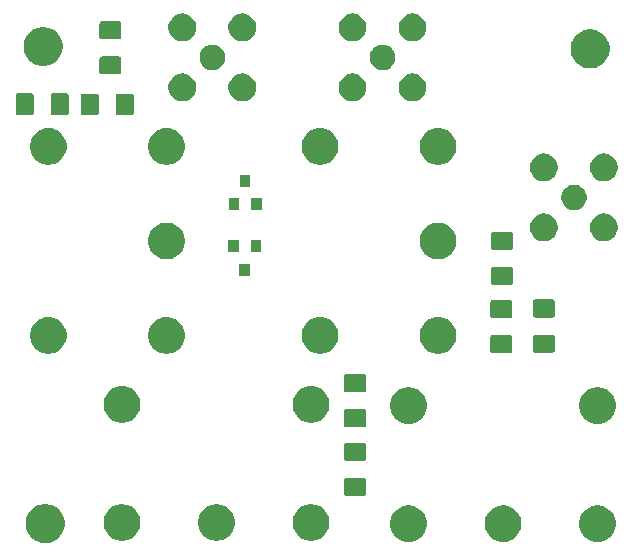
<source format=gbr>
G04 #@! TF.GenerationSoftware,KiCad,Pcbnew,(5.1.5)-3*
G04 #@! TF.CreationDate,2020-09-02T12:15:22+02:00*
G04 #@! TF.ProjectId,mixer,6d697865-722e-46b6-9963-61645f706362,rev?*
G04 #@! TF.SameCoordinates,Original*
G04 #@! TF.FileFunction,Soldermask,Top*
G04 #@! TF.FilePolarity,Negative*
%FSLAX46Y46*%
G04 Gerber Fmt 4.6, Leading zero omitted, Abs format (unit mm)*
G04 Created by KiCad (PCBNEW (5.1.5)-3) date 2020-09-02 12:15:22*
%MOMM*%
%LPD*%
G04 APERTURE LIST*
%ADD10C,0.100000*%
G04 APERTURE END LIST*
D10*
G36*
X63694916Y-116978818D02*
G01*
X63801239Y-116999967D01*
X63920194Y-117049240D01*
X64082674Y-117116541D01*
X64101702Y-117124423D01*
X64372111Y-117305105D01*
X64602075Y-117535069D01*
X64782757Y-117805478D01*
X64907213Y-118105941D01*
X64970660Y-118424911D01*
X64970660Y-118750129D01*
X64907213Y-119069099D01*
X64782757Y-119369562D01*
X64602075Y-119639971D01*
X64372111Y-119869935D01*
X64101702Y-120050617D01*
X63801239Y-120175073D01*
X63694916Y-120196222D01*
X63482271Y-120238520D01*
X63157049Y-120238520D01*
X62944404Y-120196222D01*
X62838081Y-120175073D01*
X62537618Y-120050617D01*
X62267209Y-119869935D01*
X62037245Y-119639971D01*
X61856563Y-119369562D01*
X61732107Y-119069099D01*
X61668660Y-118750129D01*
X61668660Y-118424911D01*
X61732107Y-118105941D01*
X61856563Y-117805478D01*
X62037245Y-117535069D01*
X62267209Y-117305105D01*
X62537618Y-117124423D01*
X62556647Y-117116541D01*
X62719126Y-117049240D01*
X62838081Y-116999967D01*
X62944404Y-116978818D01*
X63157049Y-116936520D01*
X63482271Y-116936520D01*
X63694916Y-116978818D01*
G37*
G36*
X110388725Y-117079042D02*
G01*
X110538550Y-117108844D01*
X110820814Y-117225761D01*
X111074845Y-117395499D01*
X111290881Y-117611535D01*
X111460619Y-117865566D01*
X111577536Y-118147830D01*
X111577536Y-118147831D01*
X111632651Y-118424909D01*
X111637140Y-118447480D01*
X111637140Y-118753000D01*
X111577536Y-119052650D01*
X111460619Y-119334914D01*
X111290881Y-119588945D01*
X111074845Y-119804981D01*
X110820814Y-119974719D01*
X110538550Y-120091636D01*
X110388725Y-120121438D01*
X110238901Y-120151240D01*
X109933379Y-120151240D01*
X109783555Y-120121438D01*
X109633730Y-120091636D01*
X109351466Y-119974719D01*
X109097435Y-119804981D01*
X108881399Y-119588945D01*
X108711661Y-119334914D01*
X108594744Y-119052650D01*
X108535140Y-118753000D01*
X108535140Y-118447480D01*
X108539630Y-118424909D01*
X108594744Y-118147831D01*
X108594744Y-118147830D01*
X108711661Y-117865566D01*
X108881399Y-117611535D01*
X109097435Y-117395499D01*
X109351466Y-117225761D01*
X109633730Y-117108844D01*
X109783555Y-117079042D01*
X109933379Y-117049240D01*
X110238901Y-117049240D01*
X110388725Y-117079042D01*
G37*
G36*
X102388725Y-117079042D02*
G01*
X102538550Y-117108844D01*
X102820814Y-117225761D01*
X103074845Y-117395499D01*
X103290881Y-117611535D01*
X103460619Y-117865566D01*
X103577536Y-118147830D01*
X103577536Y-118147831D01*
X103632651Y-118424909D01*
X103637140Y-118447480D01*
X103637140Y-118753000D01*
X103577536Y-119052650D01*
X103460619Y-119334914D01*
X103290881Y-119588945D01*
X103074845Y-119804981D01*
X102820814Y-119974719D01*
X102538550Y-120091636D01*
X102388725Y-120121438D01*
X102238901Y-120151240D01*
X101933379Y-120151240D01*
X101783555Y-120121438D01*
X101633730Y-120091636D01*
X101351466Y-119974719D01*
X101097435Y-119804981D01*
X100881399Y-119588945D01*
X100711661Y-119334914D01*
X100594744Y-119052650D01*
X100535140Y-118753000D01*
X100535140Y-118447480D01*
X100539630Y-118424909D01*
X100594744Y-118147831D01*
X100594744Y-118147830D01*
X100711661Y-117865566D01*
X100881399Y-117611535D01*
X101097435Y-117395499D01*
X101351466Y-117225761D01*
X101633730Y-117108844D01*
X101783555Y-117079042D01*
X101933379Y-117049240D01*
X102238901Y-117049240D01*
X102388725Y-117079042D01*
G37*
G36*
X94388725Y-117079042D02*
G01*
X94538550Y-117108844D01*
X94820814Y-117225761D01*
X95074845Y-117395499D01*
X95290881Y-117611535D01*
X95460619Y-117865566D01*
X95577536Y-118147830D01*
X95577536Y-118147831D01*
X95632651Y-118424909D01*
X95637140Y-118447480D01*
X95637140Y-118753000D01*
X95577536Y-119052650D01*
X95460619Y-119334914D01*
X95290881Y-119588945D01*
X95074845Y-119804981D01*
X94820814Y-119974719D01*
X94538550Y-120091636D01*
X94388725Y-120121438D01*
X94238901Y-120151240D01*
X93933379Y-120151240D01*
X93783555Y-120121438D01*
X93633730Y-120091636D01*
X93351466Y-119974719D01*
X93097435Y-119804981D01*
X92881399Y-119588945D01*
X92711661Y-119334914D01*
X92594744Y-119052650D01*
X92535140Y-118753000D01*
X92535140Y-118447480D01*
X92539630Y-118424909D01*
X92594744Y-118147831D01*
X92594744Y-118147830D01*
X92711661Y-117865566D01*
X92881399Y-117611535D01*
X93097435Y-117395499D01*
X93351466Y-117225761D01*
X93633730Y-117108844D01*
X93783555Y-117079042D01*
X93933379Y-117049240D01*
X94238901Y-117049240D01*
X94388725Y-117079042D01*
G37*
G36*
X70116485Y-116969822D02*
G01*
X70266310Y-116999624D01*
X70548574Y-117116541D01*
X70802605Y-117286279D01*
X71018641Y-117502315D01*
X71188379Y-117756346D01*
X71305296Y-118038610D01*
X71364900Y-118338260D01*
X71364900Y-118643780D01*
X71305296Y-118943430D01*
X71188379Y-119225694D01*
X71018641Y-119479725D01*
X70802605Y-119695761D01*
X70548574Y-119865499D01*
X70266310Y-119982416D01*
X70116485Y-120012218D01*
X69966661Y-120042020D01*
X69661139Y-120042020D01*
X69511315Y-120012218D01*
X69361490Y-119982416D01*
X69079226Y-119865499D01*
X68825195Y-119695761D01*
X68609159Y-119479725D01*
X68439421Y-119225694D01*
X68322504Y-118943430D01*
X68262900Y-118643780D01*
X68262900Y-118338260D01*
X68322504Y-118038610D01*
X68439421Y-117756346D01*
X68609159Y-117502315D01*
X68825195Y-117286279D01*
X69079226Y-117116541D01*
X69361490Y-116999624D01*
X69511315Y-116969822D01*
X69661139Y-116940020D01*
X69966661Y-116940020D01*
X70116485Y-116969822D01*
G37*
G36*
X78116485Y-116969822D02*
G01*
X78266310Y-116999624D01*
X78548574Y-117116541D01*
X78802605Y-117286279D01*
X79018641Y-117502315D01*
X79188379Y-117756346D01*
X79305296Y-118038610D01*
X79364900Y-118338260D01*
X79364900Y-118643780D01*
X79305296Y-118943430D01*
X79188379Y-119225694D01*
X79018641Y-119479725D01*
X78802605Y-119695761D01*
X78548574Y-119865499D01*
X78266310Y-119982416D01*
X78116485Y-120012218D01*
X77966661Y-120042020D01*
X77661139Y-120042020D01*
X77511315Y-120012218D01*
X77361490Y-119982416D01*
X77079226Y-119865499D01*
X76825195Y-119695761D01*
X76609159Y-119479725D01*
X76439421Y-119225694D01*
X76322504Y-118943430D01*
X76262900Y-118643780D01*
X76262900Y-118338260D01*
X76322504Y-118038610D01*
X76439421Y-117756346D01*
X76609159Y-117502315D01*
X76825195Y-117286279D01*
X77079226Y-117116541D01*
X77361490Y-116999624D01*
X77511315Y-116969822D01*
X77661139Y-116940020D01*
X77966661Y-116940020D01*
X78116485Y-116969822D01*
G37*
G36*
X86116485Y-116969822D02*
G01*
X86266310Y-116999624D01*
X86548574Y-117116541D01*
X86802605Y-117286279D01*
X87018641Y-117502315D01*
X87188379Y-117756346D01*
X87305296Y-118038610D01*
X87364900Y-118338260D01*
X87364900Y-118643780D01*
X87305296Y-118943430D01*
X87188379Y-119225694D01*
X87018641Y-119479725D01*
X86802605Y-119695761D01*
X86548574Y-119865499D01*
X86266310Y-119982416D01*
X86116485Y-120012218D01*
X85966661Y-120042020D01*
X85661139Y-120042020D01*
X85511315Y-120012218D01*
X85361490Y-119982416D01*
X85079226Y-119865499D01*
X84825195Y-119695761D01*
X84609159Y-119479725D01*
X84439421Y-119225694D01*
X84322504Y-118943430D01*
X84262900Y-118643780D01*
X84262900Y-118338260D01*
X84322504Y-118038610D01*
X84439421Y-117756346D01*
X84609159Y-117502315D01*
X84825195Y-117286279D01*
X85079226Y-117116541D01*
X85361490Y-116999624D01*
X85511315Y-116969822D01*
X85661139Y-116940020D01*
X85966661Y-116940020D01*
X86116485Y-116969822D01*
G37*
G36*
X90325802Y-114713221D02*
G01*
X90360721Y-114723814D01*
X90392903Y-114741016D01*
X90421113Y-114764167D01*
X90444264Y-114792377D01*
X90461466Y-114824559D01*
X90472059Y-114859478D01*
X90476240Y-114901935D01*
X90476240Y-116043145D01*
X90472059Y-116085602D01*
X90461466Y-116120521D01*
X90444264Y-116152703D01*
X90421113Y-116180913D01*
X90392903Y-116204064D01*
X90360721Y-116221266D01*
X90325802Y-116231859D01*
X90283345Y-116236040D01*
X88817135Y-116236040D01*
X88774678Y-116231859D01*
X88739759Y-116221266D01*
X88707577Y-116204064D01*
X88679367Y-116180913D01*
X88656216Y-116152703D01*
X88639014Y-116120521D01*
X88628421Y-116085602D01*
X88624240Y-116043145D01*
X88624240Y-114901935D01*
X88628421Y-114859478D01*
X88639014Y-114824559D01*
X88656216Y-114792377D01*
X88679367Y-114764167D01*
X88707577Y-114741016D01*
X88739759Y-114723814D01*
X88774678Y-114713221D01*
X88817135Y-114709040D01*
X90283345Y-114709040D01*
X90325802Y-114713221D01*
G37*
G36*
X90325802Y-111738221D02*
G01*
X90360721Y-111748814D01*
X90392903Y-111766016D01*
X90421113Y-111789167D01*
X90444264Y-111817377D01*
X90461466Y-111849559D01*
X90472059Y-111884478D01*
X90476240Y-111926935D01*
X90476240Y-113068145D01*
X90472059Y-113110602D01*
X90461466Y-113145521D01*
X90444264Y-113177703D01*
X90421113Y-113205913D01*
X90392903Y-113229064D01*
X90360721Y-113246266D01*
X90325802Y-113256859D01*
X90283345Y-113261040D01*
X88817135Y-113261040D01*
X88774678Y-113256859D01*
X88739759Y-113246266D01*
X88707577Y-113229064D01*
X88679367Y-113205913D01*
X88656216Y-113177703D01*
X88639014Y-113145521D01*
X88628421Y-113110602D01*
X88624240Y-113068145D01*
X88624240Y-111926935D01*
X88628421Y-111884478D01*
X88639014Y-111849559D01*
X88656216Y-111817377D01*
X88679367Y-111789167D01*
X88707577Y-111766016D01*
X88739759Y-111748814D01*
X88774678Y-111738221D01*
X88817135Y-111734040D01*
X90283345Y-111734040D01*
X90325802Y-111738221D01*
G37*
G36*
X90325802Y-108911861D02*
G01*
X90360721Y-108922454D01*
X90392903Y-108939656D01*
X90421113Y-108962807D01*
X90444264Y-108991017D01*
X90461466Y-109023199D01*
X90472059Y-109058118D01*
X90476240Y-109100575D01*
X90476240Y-110241785D01*
X90472059Y-110284242D01*
X90461466Y-110319161D01*
X90444264Y-110351343D01*
X90421113Y-110379553D01*
X90392903Y-110402704D01*
X90360721Y-110419906D01*
X90325802Y-110430499D01*
X90283345Y-110434680D01*
X88817135Y-110434680D01*
X88774678Y-110430499D01*
X88739759Y-110419906D01*
X88707577Y-110402704D01*
X88679367Y-110379553D01*
X88656216Y-110351343D01*
X88639014Y-110319161D01*
X88628421Y-110284242D01*
X88624240Y-110241785D01*
X88624240Y-109100575D01*
X88628421Y-109058118D01*
X88639014Y-109023199D01*
X88656216Y-108991017D01*
X88679367Y-108962807D01*
X88707577Y-108939656D01*
X88739759Y-108922454D01*
X88774678Y-108911861D01*
X88817135Y-108907680D01*
X90283345Y-108907680D01*
X90325802Y-108911861D01*
G37*
G36*
X110388725Y-107079042D02*
G01*
X110538550Y-107108844D01*
X110820814Y-107225761D01*
X111074845Y-107395499D01*
X111290881Y-107611535D01*
X111460619Y-107865566D01*
X111577536Y-108147830D01*
X111637140Y-108447480D01*
X111637140Y-108753000D01*
X111577536Y-109052650D01*
X111460619Y-109334914D01*
X111290881Y-109588945D01*
X111074845Y-109804981D01*
X110820814Y-109974719D01*
X110538550Y-110091636D01*
X110388725Y-110121438D01*
X110238901Y-110151240D01*
X109933379Y-110151240D01*
X109783555Y-110121438D01*
X109633730Y-110091636D01*
X109351466Y-109974719D01*
X109097435Y-109804981D01*
X108881399Y-109588945D01*
X108711661Y-109334914D01*
X108594744Y-109052650D01*
X108535140Y-108753000D01*
X108535140Y-108447480D01*
X108594744Y-108147830D01*
X108711661Y-107865566D01*
X108881399Y-107611535D01*
X109097435Y-107395499D01*
X109351466Y-107225761D01*
X109633730Y-107108844D01*
X109783555Y-107079042D01*
X109933379Y-107049240D01*
X110238901Y-107049240D01*
X110388725Y-107079042D01*
G37*
G36*
X94388725Y-107079042D02*
G01*
X94538550Y-107108844D01*
X94820814Y-107225761D01*
X95074845Y-107395499D01*
X95290881Y-107611535D01*
X95460619Y-107865566D01*
X95577536Y-108147830D01*
X95637140Y-108447480D01*
X95637140Y-108753000D01*
X95577536Y-109052650D01*
X95460619Y-109334914D01*
X95290881Y-109588945D01*
X95074845Y-109804981D01*
X94820814Y-109974719D01*
X94538550Y-110091636D01*
X94388725Y-110121438D01*
X94238901Y-110151240D01*
X93933379Y-110151240D01*
X93783555Y-110121438D01*
X93633730Y-110091636D01*
X93351466Y-109974719D01*
X93097435Y-109804981D01*
X92881399Y-109588945D01*
X92711661Y-109334914D01*
X92594744Y-109052650D01*
X92535140Y-108753000D01*
X92535140Y-108447480D01*
X92594744Y-108147830D01*
X92711661Y-107865566D01*
X92881399Y-107611535D01*
X93097435Y-107395499D01*
X93351466Y-107225761D01*
X93633730Y-107108844D01*
X93783555Y-107079042D01*
X93933379Y-107049240D01*
X94238901Y-107049240D01*
X94388725Y-107079042D01*
G37*
G36*
X86116485Y-106969822D02*
G01*
X86266310Y-106999624D01*
X86548574Y-107116541D01*
X86802605Y-107286279D01*
X87018641Y-107502315D01*
X87188379Y-107756346D01*
X87305296Y-108038610D01*
X87364900Y-108338260D01*
X87364900Y-108643780D01*
X87305296Y-108943430D01*
X87188379Y-109225694D01*
X87018641Y-109479725D01*
X86802605Y-109695761D01*
X86548574Y-109865499D01*
X86266310Y-109982416D01*
X86116485Y-110012218D01*
X85966661Y-110042020D01*
X85661139Y-110042020D01*
X85511315Y-110012218D01*
X85361490Y-109982416D01*
X85079226Y-109865499D01*
X84825195Y-109695761D01*
X84609159Y-109479725D01*
X84439421Y-109225694D01*
X84322504Y-108943430D01*
X84262900Y-108643780D01*
X84262900Y-108338260D01*
X84322504Y-108038610D01*
X84439421Y-107756346D01*
X84609159Y-107502315D01*
X84825195Y-107286279D01*
X85079226Y-107116541D01*
X85361490Y-106999624D01*
X85511315Y-106969822D01*
X85661139Y-106940020D01*
X85966661Y-106940020D01*
X86116485Y-106969822D01*
G37*
G36*
X70116485Y-106969822D02*
G01*
X70266310Y-106999624D01*
X70548574Y-107116541D01*
X70802605Y-107286279D01*
X71018641Y-107502315D01*
X71188379Y-107756346D01*
X71305296Y-108038610D01*
X71364900Y-108338260D01*
X71364900Y-108643780D01*
X71305296Y-108943430D01*
X71188379Y-109225694D01*
X71018641Y-109479725D01*
X70802605Y-109695761D01*
X70548574Y-109865499D01*
X70266310Y-109982416D01*
X70116485Y-110012218D01*
X69966661Y-110042020D01*
X69661139Y-110042020D01*
X69511315Y-110012218D01*
X69361490Y-109982416D01*
X69079226Y-109865499D01*
X68825195Y-109695761D01*
X68609159Y-109479725D01*
X68439421Y-109225694D01*
X68322504Y-108943430D01*
X68262900Y-108643780D01*
X68262900Y-108338260D01*
X68322504Y-108038610D01*
X68439421Y-107756346D01*
X68609159Y-107502315D01*
X68825195Y-107286279D01*
X69079226Y-107116541D01*
X69361490Y-106999624D01*
X69511315Y-106969822D01*
X69661139Y-106940020D01*
X69966661Y-106940020D01*
X70116485Y-106969822D01*
G37*
G36*
X90325802Y-105936861D02*
G01*
X90360721Y-105947454D01*
X90392903Y-105964656D01*
X90421113Y-105987807D01*
X90444264Y-106016017D01*
X90461466Y-106048199D01*
X90472059Y-106083118D01*
X90476240Y-106125575D01*
X90476240Y-107266785D01*
X90472059Y-107309242D01*
X90461466Y-107344161D01*
X90444264Y-107376343D01*
X90421113Y-107404553D01*
X90392903Y-107427704D01*
X90360721Y-107444906D01*
X90325802Y-107455499D01*
X90283345Y-107459680D01*
X88817135Y-107459680D01*
X88774678Y-107455499D01*
X88739759Y-107444906D01*
X88707577Y-107427704D01*
X88679367Y-107404553D01*
X88656216Y-107376343D01*
X88639014Y-107344161D01*
X88628421Y-107309242D01*
X88624240Y-107266785D01*
X88624240Y-106125575D01*
X88628421Y-106083118D01*
X88639014Y-106048199D01*
X88656216Y-106016017D01*
X88679367Y-105987807D01*
X88707577Y-105964656D01*
X88739759Y-105947454D01*
X88774678Y-105936861D01*
X88817135Y-105932680D01*
X90283345Y-105932680D01*
X90325802Y-105936861D01*
G37*
G36*
X96843065Y-101122846D02*
G01*
X97033390Y-101160704D01*
X97315654Y-101277621D01*
X97569685Y-101447359D01*
X97785721Y-101663395D01*
X97955459Y-101917426D01*
X98072376Y-102199690D01*
X98131980Y-102499340D01*
X98131980Y-102804860D01*
X98072376Y-103104510D01*
X97955459Y-103386774D01*
X97785721Y-103640805D01*
X97569685Y-103856841D01*
X97315654Y-104026579D01*
X97033390Y-104143496D01*
X96883565Y-104173298D01*
X96733741Y-104203100D01*
X96428219Y-104203100D01*
X96278395Y-104173298D01*
X96128570Y-104143496D01*
X95846306Y-104026579D01*
X95592275Y-103856841D01*
X95376239Y-103640805D01*
X95206501Y-103386774D01*
X95089584Y-103104510D01*
X95029980Y-102804860D01*
X95029980Y-102499340D01*
X95089584Y-102199690D01*
X95206501Y-101917426D01*
X95376239Y-101663395D01*
X95592275Y-101447359D01*
X95846306Y-101277621D01*
X96128570Y-101160704D01*
X96318895Y-101122846D01*
X96428219Y-101101100D01*
X96733741Y-101101100D01*
X96843065Y-101122846D01*
G37*
G36*
X73835745Y-101122846D02*
G01*
X74026070Y-101160704D01*
X74308334Y-101277621D01*
X74562365Y-101447359D01*
X74778401Y-101663395D01*
X74948139Y-101917426D01*
X75065056Y-102199690D01*
X75124660Y-102499340D01*
X75124660Y-102804860D01*
X75065056Y-103104510D01*
X74948139Y-103386774D01*
X74778401Y-103640805D01*
X74562365Y-103856841D01*
X74308334Y-104026579D01*
X74026070Y-104143496D01*
X73876245Y-104173298D01*
X73726421Y-104203100D01*
X73420899Y-104203100D01*
X73271075Y-104173298D01*
X73121250Y-104143496D01*
X72838986Y-104026579D01*
X72584955Y-103856841D01*
X72368919Y-103640805D01*
X72199181Y-103386774D01*
X72082264Y-103104510D01*
X72022660Y-102804860D01*
X72022660Y-102499340D01*
X72082264Y-102199690D01*
X72199181Y-101917426D01*
X72368919Y-101663395D01*
X72584955Y-101447359D01*
X72838986Y-101277621D01*
X73121250Y-101160704D01*
X73311575Y-101122846D01*
X73420899Y-101101100D01*
X73726421Y-101101100D01*
X73835745Y-101122846D01*
G37*
G36*
X86843065Y-101122846D02*
G01*
X87033390Y-101160704D01*
X87315654Y-101277621D01*
X87569685Y-101447359D01*
X87785721Y-101663395D01*
X87955459Y-101917426D01*
X88072376Y-102199690D01*
X88131980Y-102499340D01*
X88131980Y-102804860D01*
X88072376Y-103104510D01*
X87955459Y-103386774D01*
X87785721Y-103640805D01*
X87569685Y-103856841D01*
X87315654Y-104026579D01*
X87033390Y-104143496D01*
X86883565Y-104173298D01*
X86733741Y-104203100D01*
X86428219Y-104203100D01*
X86278395Y-104173298D01*
X86128570Y-104143496D01*
X85846306Y-104026579D01*
X85592275Y-103856841D01*
X85376239Y-103640805D01*
X85206501Y-103386774D01*
X85089584Y-103104510D01*
X85029980Y-102804860D01*
X85029980Y-102499340D01*
X85089584Y-102199690D01*
X85206501Y-101917426D01*
X85376239Y-101663395D01*
X85592275Y-101447359D01*
X85846306Y-101277621D01*
X86128570Y-101160704D01*
X86318895Y-101122846D01*
X86428219Y-101101100D01*
X86733741Y-101101100D01*
X86843065Y-101122846D01*
G37*
G36*
X63835745Y-101122846D02*
G01*
X64026070Y-101160704D01*
X64308334Y-101277621D01*
X64562365Y-101447359D01*
X64778401Y-101663395D01*
X64948139Y-101917426D01*
X65065056Y-102199690D01*
X65124660Y-102499340D01*
X65124660Y-102804860D01*
X65065056Y-103104510D01*
X64948139Y-103386774D01*
X64778401Y-103640805D01*
X64562365Y-103856841D01*
X64308334Y-104026579D01*
X64026070Y-104143496D01*
X63876245Y-104173298D01*
X63726421Y-104203100D01*
X63420899Y-104203100D01*
X63271075Y-104173298D01*
X63121250Y-104143496D01*
X62838986Y-104026579D01*
X62584955Y-103856841D01*
X62368919Y-103640805D01*
X62199181Y-103386774D01*
X62082264Y-103104510D01*
X62022660Y-102804860D01*
X62022660Y-102499340D01*
X62082264Y-102199690D01*
X62199181Y-101917426D01*
X62368919Y-101663395D01*
X62584955Y-101447359D01*
X62838986Y-101277621D01*
X63121250Y-101160704D01*
X63311575Y-101122846D01*
X63420899Y-101101100D01*
X63726421Y-101101100D01*
X63835745Y-101122846D01*
G37*
G36*
X102710842Y-102630441D02*
G01*
X102745761Y-102641034D01*
X102777943Y-102658236D01*
X102806153Y-102681387D01*
X102829304Y-102709597D01*
X102846506Y-102741779D01*
X102857099Y-102776698D01*
X102861280Y-102819155D01*
X102861280Y-103960365D01*
X102857099Y-104002822D01*
X102846506Y-104037741D01*
X102829304Y-104069923D01*
X102806153Y-104098133D01*
X102777943Y-104121284D01*
X102745761Y-104138486D01*
X102710842Y-104149079D01*
X102668385Y-104153260D01*
X101202175Y-104153260D01*
X101159718Y-104149079D01*
X101124799Y-104138486D01*
X101092617Y-104121284D01*
X101064407Y-104098133D01*
X101041256Y-104069923D01*
X101024054Y-104037741D01*
X101013461Y-104002822D01*
X101009280Y-103960365D01*
X101009280Y-102819155D01*
X101013461Y-102776698D01*
X101024054Y-102741779D01*
X101041256Y-102709597D01*
X101064407Y-102681387D01*
X101092617Y-102658236D01*
X101124799Y-102641034D01*
X101159718Y-102630441D01*
X101202175Y-102626260D01*
X102668385Y-102626260D01*
X102710842Y-102630441D01*
G37*
G36*
X106315102Y-102589801D02*
G01*
X106350021Y-102600394D01*
X106382203Y-102617596D01*
X106410413Y-102640747D01*
X106433564Y-102668957D01*
X106450766Y-102701139D01*
X106461359Y-102736058D01*
X106465540Y-102778515D01*
X106465540Y-103919725D01*
X106461359Y-103962182D01*
X106450766Y-103997101D01*
X106433564Y-104029283D01*
X106410413Y-104057493D01*
X106382203Y-104080644D01*
X106350021Y-104097846D01*
X106315102Y-104108439D01*
X106272645Y-104112620D01*
X104806435Y-104112620D01*
X104763978Y-104108439D01*
X104729059Y-104097846D01*
X104696877Y-104080644D01*
X104668667Y-104057493D01*
X104645516Y-104029283D01*
X104628314Y-103997101D01*
X104617721Y-103962182D01*
X104613540Y-103919725D01*
X104613540Y-102778515D01*
X104617721Y-102736058D01*
X104628314Y-102701139D01*
X104645516Y-102668957D01*
X104668667Y-102640747D01*
X104696877Y-102617596D01*
X104729059Y-102600394D01*
X104763978Y-102589801D01*
X104806435Y-102585620D01*
X106272645Y-102585620D01*
X106315102Y-102589801D01*
G37*
G36*
X102710842Y-99655441D02*
G01*
X102745761Y-99666034D01*
X102777943Y-99683236D01*
X102806153Y-99706387D01*
X102829304Y-99734597D01*
X102846506Y-99766779D01*
X102857099Y-99801698D01*
X102861280Y-99844155D01*
X102861280Y-100985365D01*
X102857099Y-101027822D01*
X102846506Y-101062741D01*
X102829304Y-101094923D01*
X102806153Y-101123133D01*
X102777943Y-101146284D01*
X102745761Y-101163486D01*
X102710842Y-101174079D01*
X102668385Y-101178260D01*
X101202175Y-101178260D01*
X101159718Y-101174079D01*
X101124799Y-101163486D01*
X101092617Y-101146284D01*
X101064407Y-101123133D01*
X101041256Y-101094923D01*
X101024054Y-101062741D01*
X101013461Y-101027822D01*
X101009280Y-100985365D01*
X101009280Y-99844155D01*
X101013461Y-99801698D01*
X101024054Y-99766779D01*
X101041256Y-99734597D01*
X101064407Y-99706387D01*
X101092617Y-99683236D01*
X101124799Y-99666034D01*
X101159718Y-99655441D01*
X101202175Y-99651260D01*
X102668385Y-99651260D01*
X102710842Y-99655441D01*
G37*
G36*
X106315102Y-99614801D02*
G01*
X106350021Y-99625394D01*
X106382203Y-99642596D01*
X106410413Y-99665747D01*
X106433564Y-99693957D01*
X106450766Y-99726139D01*
X106461359Y-99761058D01*
X106465540Y-99803515D01*
X106465540Y-100944725D01*
X106461359Y-100987182D01*
X106450766Y-101022101D01*
X106433564Y-101054283D01*
X106410413Y-101082493D01*
X106382203Y-101105644D01*
X106350021Y-101122846D01*
X106315102Y-101133439D01*
X106272645Y-101137620D01*
X104806435Y-101137620D01*
X104763978Y-101133439D01*
X104729059Y-101122846D01*
X104696877Y-101105644D01*
X104668667Y-101082493D01*
X104645516Y-101054283D01*
X104628314Y-101022101D01*
X104617721Y-100987182D01*
X104613540Y-100944725D01*
X104613540Y-99803515D01*
X104617721Y-99761058D01*
X104628314Y-99726139D01*
X104645516Y-99693957D01*
X104668667Y-99665747D01*
X104696877Y-99642596D01*
X104729059Y-99625394D01*
X104763978Y-99614801D01*
X104806435Y-99610620D01*
X106272645Y-99610620D01*
X106315102Y-99614801D01*
G37*
G36*
X102774342Y-96841781D02*
G01*
X102809261Y-96852374D01*
X102841443Y-96869576D01*
X102869653Y-96892727D01*
X102892804Y-96920937D01*
X102910006Y-96953119D01*
X102920599Y-96988038D01*
X102924780Y-97030495D01*
X102924780Y-98171705D01*
X102920599Y-98214162D01*
X102910006Y-98249081D01*
X102892804Y-98281263D01*
X102869653Y-98309473D01*
X102841443Y-98332624D01*
X102809261Y-98349826D01*
X102774342Y-98360419D01*
X102731885Y-98364600D01*
X101265675Y-98364600D01*
X101223218Y-98360419D01*
X101188299Y-98349826D01*
X101156117Y-98332624D01*
X101127907Y-98309473D01*
X101104756Y-98281263D01*
X101087554Y-98249081D01*
X101076961Y-98214162D01*
X101072780Y-98171705D01*
X101072780Y-97030495D01*
X101076961Y-96988038D01*
X101087554Y-96953119D01*
X101104756Y-96920937D01*
X101127907Y-96892727D01*
X101156117Y-96869576D01*
X101188299Y-96852374D01*
X101223218Y-96841781D01*
X101265675Y-96837600D01*
X102731885Y-96837600D01*
X102774342Y-96841781D01*
G37*
G36*
X80656580Y-97581580D02*
G01*
X79754580Y-97581580D01*
X79754580Y-96579580D01*
X80656580Y-96579580D01*
X80656580Y-97581580D01*
G37*
G36*
X73876245Y-93130902D02*
G01*
X74026070Y-93160704D01*
X74308334Y-93277621D01*
X74562365Y-93447359D01*
X74778401Y-93663395D01*
X74948139Y-93917426D01*
X75065056Y-94199690D01*
X75124660Y-94499340D01*
X75124660Y-94804860D01*
X75065056Y-95104510D01*
X74948139Y-95386774D01*
X74778401Y-95640805D01*
X74562365Y-95856841D01*
X74308334Y-96026579D01*
X74026070Y-96143496D01*
X73876245Y-96173298D01*
X73726421Y-96203100D01*
X73420899Y-96203100D01*
X73271075Y-96173298D01*
X73121250Y-96143496D01*
X72838986Y-96026579D01*
X72584955Y-95856841D01*
X72368919Y-95640805D01*
X72199181Y-95386774D01*
X72082264Y-95104510D01*
X72022660Y-94804860D01*
X72022660Y-94499340D01*
X72082264Y-94199690D01*
X72199181Y-93917426D01*
X72368919Y-93663395D01*
X72584955Y-93447359D01*
X72838986Y-93277621D01*
X73121250Y-93160704D01*
X73271075Y-93130902D01*
X73420899Y-93101100D01*
X73726421Y-93101100D01*
X73876245Y-93130902D01*
G37*
G36*
X96883565Y-93130902D02*
G01*
X97033390Y-93160704D01*
X97315654Y-93277621D01*
X97569685Y-93447359D01*
X97785721Y-93663395D01*
X97955459Y-93917426D01*
X98072376Y-94199690D01*
X98131980Y-94499340D01*
X98131980Y-94804860D01*
X98072376Y-95104510D01*
X97955459Y-95386774D01*
X97785721Y-95640805D01*
X97569685Y-95856841D01*
X97315654Y-96026579D01*
X97033390Y-96143496D01*
X96883565Y-96173298D01*
X96733741Y-96203100D01*
X96428219Y-96203100D01*
X96278395Y-96173298D01*
X96128570Y-96143496D01*
X95846306Y-96026579D01*
X95592275Y-95856841D01*
X95376239Y-95640805D01*
X95206501Y-95386774D01*
X95089584Y-95104510D01*
X95029980Y-94804860D01*
X95029980Y-94499340D01*
X95089584Y-94199690D01*
X95206501Y-93917426D01*
X95376239Y-93663395D01*
X95592275Y-93447359D01*
X95846306Y-93277621D01*
X96128570Y-93160704D01*
X96278395Y-93130902D01*
X96428219Y-93101100D01*
X96733741Y-93101100D01*
X96883565Y-93130902D01*
G37*
G36*
X81606580Y-95581580D02*
G01*
X80704580Y-95581580D01*
X80704580Y-94579580D01*
X81606580Y-94579580D01*
X81606580Y-95581580D01*
G37*
G36*
X79706580Y-95581580D02*
G01*
X78804580Y-95581580D01*
X78804580Y-94579580D01*
X79706580Y-94579580D01*
X79706580Y-95581580D01*
G37*
G36*
X102774342Y-93866781D02*
G01*
X102809261Y-93877374D01*
X102841443Y-93894576D01*
X102869653Y-93917727D01*
X102892804Y-93945937D01*
X102910006Y-93978119D01*
X102920599Y-94013038D01*
X102924780Y-94055495D01*
X102924780Y-95196705D01*
X102920599Y-95239162D01*
X102910006Y-95274081D01*
X102892804Y-95306263D01*
X102869653Y-95334473D01*
X102841443Y-95357624D01*
X102809261Y-95374826D01*
X102774342Y-95385419D01*
X102731885Y-95389600D01*
X101265675Y-95389600D01*
X101223218Y-95385419D01*
X101188299Y-95374826D01*
X101156117Y-95357624D01*
X101127907Y-95334473D01*
X101104756Y-95306263D01*
X101087554Y-95274081D01*
X101076961Y-95239162D01*
X101072780Y-95196705D01*
X101072780Y-94055495D01*
X101076961Y-94013038D01*
X101087554Y-93978119D01*
X101104756Y-93945937D01*
X101127907Y-93917727D01*
X101156117Y-93894576D01*
X101188299Y-93877374D01*
X101223218Y-93866781D01*
X101265675Y-93862600D01*
X102731885Y-93862600D01*
X102774342Y-93866781D01*
G37*
G36*
X110806020Y-92344084D02*
G01*
X110957487Y-92374213D01*
X111171505Y-92462862D01*
X111171506Y-92462863D01*
X111364114Y-92591559D01*
X111527921Y-92755366D01*
X111613718Y-92883771D01*
X111656618Y-92947975D01*
X111745267Y-93161993D01*
X111745267Y-93161995D01*
X111790460Y-93389193D01*
X111790460Y-93620847D01*
X111781996Y-93663396D01*
X111745267Y-93848047D01*
X111656618Y-94062065D01*
X111656617Y-94062066D01*
X111527921Y-94254674D01*
X111364114Y-94418481D01*
X111243101Y-94499339D01*
X111171505Y-94547178D01*
X110957487Y-94635827D01*
X110806020Y-94665956D01*
X110730287Y-94681020D01*
X110498633Y-94681020D01*
X110422900Y-94665956D01*
X110271433Y-94635827D01*
X110057415Y-94547178D01*
X109985819Y-94499339D01*
X109864806Y-94418481D01*
X109700999Y-94254674D01*
X109572303Y-94062066D01*
X109572302Y-94062065D01*
X109483653Y-93848047D01*
X109446924Y-93663396D01*
X109438460Y-93620847D01*
X109438460Y-93389193D01*
X109483653Y-93161995D01*
X109483653Y-93161993D01*
X109572302Y-92947975D01*
X109615202Y-92883771D01*
X109700999Y-92755366D01*
X109864806Y-92591559D01*
X110057414Y-92462863D01*
X110057415Y-92462862D01*
X110271433Y-92374213D01*
X110422900Y-92344084D01*
X110498633Y-92329020D01*
X110730287Y-92329020D01*
X110806020Y-92344084D01*
G37*
G36*
X105726020Y-92344084D02*
G01*
X105877487Y-92374213D01*
X106091505Y-92462862D01*
X106091506Y-92462863D01*
X106284114Y-92591559D01*
X106447921Y-92755366D01*
X106533718Y-92883771D01*
X106576618Y-92947975D01*
X106665267Y-93161993D01*
X106665267Y-93161995D01*
X106710460Y-93389193D01*
X106710460Y-93620847D01*
X106701996Y-93663396D01*
X106665267Y-93848047D01*
X106576618Y-94062065D01*
X106576617Y-94062066D01*
X106447921Y-94254674D01*
X106284114Y-94418481D01*
X106163101Y-94499339D01*
X106091505Y-94547178D01*
X105877487Y-94635827D01*
X105726020Y-94665956D01*
X105650287Y-94681020D01*
X105418633Y-94681020D01*
X105342900Y-94665956D01*
X105191433Y-94635827D01*
X104977415Y-94547178D01*
X104905819Y-94499339D01*
X104784806Y-94418481D01*
X104620999Y-94254674D01*
X104492303Y-94062066D01*
X104492302Y-94062065D01*
X104403653Y-93848047D01*
X104366924Y-93663396D01*
X104358460Y-93620847D01*
X104358460Y-93389193D01*
X104403653Y-93161995D01*
X104403653Y-93161993D01*
X104492302Y-92947975D01*
X104535202Y-92883771D01*
X104620999Y-92755366D01*
X104784806Y-92591559D01*
X104977414Y-92462863D01*
X104977415Y-92462862D01*
X105191433Y-92374213D01*
X105342900Y-92344084D01*
X105418633Y-92329020D01*
X105650287Y-92329020D01*
X105726020Y-92344084D01*
G37*
G36*
X79747220Y-92059620D02*
G01*
X78845220Y-92059620D01*
X78845220Y-91057620D01*
X79747220Y-91057620D01*
X79747220Y-92059620D01*
G37*
G36*
X81647220Y-92059620D02*
G01*
X80745220Y-92059620D01*
X80745220Y-91057620D01*
X81647220Y-91057620D01*
X81647220Y-92059620D01*
G37*
G36*
X108249731Y-89902803D02*
G01*
X108388318Y-89930370D01*
X108584137Y-90011481D01*
X108760370Y-90129236D01*
X108910244Y-90279110D01*
X109027999Y-90455343D01*
X109109110Y-90651162D01*
X109150460Y-90859043D01*
X109150460Y-91070997D01*
X109109110Y-91278878D01*
X109027999Y-91474697D01*
X108910244Y-91650930D01*
X108760370Y-91800804D01*
X108584137Y-91918559D01*
X108388318Y-91999670D01*
X108249731Y-92027237D01*
X108180438Y-92041020D01*
X107968482Y-92041020D01*
X107899189Y-92027237D01*
X107760602Y-91999670D01*
X107564783Y-91918559D01*
X107388550Y-91800804D01*
X107238676Y-91650930D01*
X107120921Y-91474697D01*
X107039810Y-91278878D01*
X106998460Y-91070997D01*
X106998460Y-90859043D01*
X107039810Y-90651162D01*
X107120921Y-90455343D01*
X107238676Y-90279110D01*
X107388550Y-90129236D01*
X107564783Y-90011481D01*
X107760602Y-89930370D01*
X107899189Y-89902803D01*
X107968482Y-89889020D01*
X108180438Y-89889020D01*
X108249731Y-89902803D01*
G37*
G36*
X80697220Y-90059620D02*
G01*
X79795220Y-90059620D01*
X79795220Y-89057620D01*
X80697220Y-89057620D01*
X80697220Y-90059620D01*
G37*
G36*
X110806020Y-87264084D02*
G01*
X110957487Y-87294213D01*
X111171505Y-87382862D01*
X111235709Y-87425762D01*
X111364114Y-87511559D01*
X111527921Y-87675366D01*
X111613718Y-87803771D01*
X111656618Y-87867975D01*
X111745267Y-88081993D01*
X111790460Y-88309194D01*
X111790460Y-88540846D01*
X111745267Y-88768047D01*
X111656618Y-88982065D01*
X111656617Y-88982066D01*
X111527921Y-89174674D01*
X111364114Y-89338481D01*
X111235709Y-89424278D01*
X111171505Y-89467178D01*
X110957487Y-89555827D01*
X110806020Y-89585956D01*
X110730287Y-89601020D01*
X110498633Y-89601020D01*
X110422900Y-89585956D01*
X110271433Y-89555827D01*
X110057415Y-89467178D01*
X109993211Y-89424278D01*
X109864806Y-89338481D01*
X109700999Y-89174674D01*
X109572303Y-88982066D01*
X109572302Y-88982065D01*
X109483653Y-88768047D01*
X109438460Y-88540846D01*
X109438460Y-88309194D01*
X109483653Y-88081993D01*
X109572302Y-87867975D01*
X109615202Y-87803771D01*
X109700999Y-87675366D01*
X109864806Y-87511559D01*
X109993211Y-87425762D01*
X110057415Y-87382862D01*
X110271433Y-87294213D01*
X110422900Y-87264084D01*
X110498633Y-87249020D01*
X110730287Y-87249020D01*
X110806020Y-87264084D01*
G37*
G36*
X105726020Y-87264084D02*
G01*
X105877487Y-87294213D01*
X106091505Y-87382862D01*
X106155709Y-87425762D01*
X106284114Y-87511559D01*
X106447921Y-87675366D01*
X106533718Y-87803771D01*
X106576618Y-87867975D01*
X106665267Y-88081993D01*
X106710460Y-88309194D01*
X106710460Y-88540846D01*
X106665267Y-88768047D01*
X106576618Y-88982065D01*
X106576617Y-88982066D01*
X106447921Y-89174674D01*
X106284114Y-89338481D01*
X106155709Y-89424278D01*
X106091505Y-89467178D01*
X105877487Y-89555827D01*
X105726020Y-89585956D01*
X105650287Y-89601020D01*
X105418633Y-89601020D01*
X105342900Y-89585956D01*
X105191433Y-89555827D01*
X104977415Y-89467178D01*
X104913211Y-89424278D01*
X104784806Y-89338481D01*
X104620999Y-89174674D01*
X104492303Y-88982066D01*
X104492302Y-88982065D01*
X104403653Y-88768047D01*
X104358460Y-88540846D01*
X104358460Y-88309194D01*
X104403653Y-88081993D01*
X104492302Y-87867975D01*
X104535202Y-87803771D01*
X104620999Y-87675366D01*
X104784806Y-87511559D01*
X104913211Y-87425762D01*
X104977415Y-87382862D01*
X105191433Y-87294213D01*
X105342900Y-87264084D01*
X105418633Y-87249020D01*
X105650287Y-87249020D01*
X105726020Y-87264084D01*
G37*
G36*
X86883565Y-85130902D02*
G01*
X87033390Y-85160704D01*
X87315654Y-85277621D01*
X87569685Y-85447359D01*
X87785721Y-85663395D01*
X87955459Y-85917426D01*
X88072376Y-86199690D01*
X88131980Y-86499340D01*
X88131980Y-86804860D01*
X88072376Y-87104510D01*
X87955459Y-87386774D01*
X87785721Y-87640805D01*
X87569685Y-87856841D01*
X87315654Y-88026579D01*
X87033390Y-88143496D01*
X86883565Y-88173298D01*
X86733741Y-88203100D01*
X86428219Y-88203100D01*
X86278395Y-88173298D01*
X86128570Y-88143496D01*
X85846306Y-88026579D01*
X85592275Y-87856841D01*
X85376239Y-87640805D01*
X85206501Y-87386774D01*
X85089584Y-87104510D01*
X85029980Y-86804860D01*
X85029980Y-86499340D01*
X85089584Y-86199690D01*
X85206501Y-85917426D01*
X85376239Y-85663395D01*
X85592275Y-85447359D01*
X85846306Y-85277621D01*
X86128570Y-85160704D01*
X86278395Y-85130902D01*
X86428219Y-85101100D01*
X86733741Y-85101100D01*
X86883565Y-85130902D01*
G37*
G36*
X63876245Y-85130902D02*
G01*
X64026070Y-85160704D01*
X64308334Y-85277621D01*
X64562365Y-85447359D01*
X64778401Y-85663395D01*
X64948139Y-85917426D01*
X65065056Y-86199690D01*
X65124660Y-86499340D01*
X65124660Y-86804860D01*
X65065056Y-87104510D01*
X64948139Y-87386774D01*
X64778401Y-87640805D01*
X64562365Y-87856841D01*
X64308334Y-88026579D01*
X64026070Y-88143496D01*
X63876245Y-88173298D01*
X63726421Y-88203100D01*
X63420899Y-88203100D01*
X63271075Y-88173298D01*
X63121250Y-88143496D01*
X62838986Y-88026579D01*
X62584955Y-87856841D01*
X62368919Y-87640805D01*
X62199181Y-87386774D01*
X62082264Y-87104510D01*
X62022660Y-86804860D01*
X62022660Y-86499340D01*
X62082264Y-86199690D01*
X62199181Y-85917426D01*
X62368919Y-85663395D01*
X62584955Y-85447359D01*
X62838986Y-85277621D01*
X63121250Y-85160704D01*
X63271075Y-85130902D01*
X63420899Y-85101100D01*
X63726421Y-85101100D01*
X63876245Y-85130902D01*
G37*
G36*
X96883565Y-85130902D02*
G01*
X97033390Y-85160704D01*
X97315654Y-85277621D01*
X97569685Y-85447359D01*
X97785721Y-85663395D01*
X97955459Y-85917426D01*
X98072376Y-86199690D01*
X98131980Y-86499340D01*
X98131980Y-86804860D01*
X98072376Y-87104510D01*
X97955459Y-87386774D01*
X97785721Y-87640805D01*
X97569685Y-87856841D01*
X97315654Y-88026579D01*
X97033390Y-88143496D01*
X96883565Y-88173298D01*
X96733741Y-88203100D01*
X96428219Y-88203100D01*
X96278395Y-88173298D01*
X96128570Y-88143496D01*
X95846306Y-88026579D01*
X95592275Y-87856841D01*
X95376239Y-87640805D01*
X95206501Y-87386774D01*
X95089584Y-87104510D01*
X95029980Y-86804860D01*
X95029980Y-86499340D01*
X95089584Y-86199690D01*
X95206501Y-85917426D01*
X95376239Y-85663395D01*
X95592275Y-85447359D01*
X95846306Y-85277621D01*
X96128570Y-85160704D01*
X96278395Y-85130902D01*
X96428219Y-85101100D01*
X96733741Y-85101100D01*
X96883565Y-85130902D01*
G37*
G36*
X73876245Y-85130902D02*
G01*
X74026070Y-85160704D01*
X74308334Y-85277621D01*
X74562365Y-85447359D01*
X74778401Y-85663395D01*
X74948139Y-85917426D01*
X75065056Y-86199690D01*
X75124660Y-86499340D01*
X75124660Y-86804860D01*
X75065056Y-87104510D01*
X74948139Y-87386774D01*
X74778401Y-87640805D01*
X74562365Y-87856841D01*
X74308334Y-88026579D01*
X74026070Y-88143496D01*
X73876245Y-88173298D01*
X73726421Y-88203100D01*
X73420899Y-88203100D01*
X73271075Y-88173298D01*
X73121250Y-88143496D01*
X72838986Y-88026579D01*
X72584955Y-87856841D01*
X72368919Y-87640805D01*
X72199181Y-87386774D01*
X72082264Y-87104510D01*
X72022660Y-86804860D01*
X72022660Y-86499340D01*
X72082264Y-86199690D01*
X72199181Y-85917426D01*
X72368919Y-85663395D01*
X72584955Y-85447359D01*
X72838986Y-85277621D01*
X73121250Y-85160704D01*
X73271075Y-85130902D01*
X73420899Y-85101100D01*
X73726421Y-85101100D01*
X73876245Y-85130902D01*
G37*
G36*
X70670562Y-82178181D02*
G01*
X70705481Y-82188774D01*
X70737663Y-82205976D01*
X70765873Y-82229127D01*
X70789024Y-82257337D01*
X70806226Y-82289519D01*
X70816819Y-82324438D01*
X70821000Y-82366895D01*
X70821000Y-83833105D01*
X70816819Y-83875562D01*
X70806226Y-83910481D01*
X70789024Y-83942663D01*
X70765873Y-83970873D01*
X70737663Y-83994024D01*
X70705481Y-84011226D01*
X70670562Y-84021819D01*
X70628105Y-84026000D01*
X69486895Y-84026000D01*
X69444438Y-84021819D01*
X69409519Y-84011226D01*
X69377337Y-83994024D01*
X69349127Y-83970873D01*
X69325976Y-83942663D01*
X69308774Y-83910481D01*
X69298181Y-83875562D01*
X69294000Y-83833105D01*
X69294000Y-82366895D01*
X69298181Y-82324438D01*
X69308774Y-82289519D01*
X69325976Y-82257337D01*
X69349127Y-82229127D01*
X69377337Y-82205976D01*
X69409519Y-82188774D01*
X69444438Y-82178181D01*
X69486895Y-82174000D01*
X70628105Y-82174000D01*
X70670562Y-82178181D01*
G37*
G36*
X67695562Y-82178181D02*
G01*
X67730481Y-82188774D01*
X67762663Y-82205976D01*
X67790873Y-82229127D01*
X67814024Y-82257337D01*
X67831226Y-82289519D01*
X67841819Y-82324438D01*
X67846000Y-82366895D01*
X67846000Y-83833105D01*
X67841819Y-83875562D01*
X67831226Y-83910481D01*
X67814024Y-83942663D01*
X67790873Y-83970873D01*
X67762663Y-83994024D01*
X67730481Y-84011226D01*
X67695562Y-84021819D01*
X67653105Y-84026000D01*
X66511895Y-84026000D01*
X66469438Y-84021819D01*
X66434519Y-84011226D01*
X66402337Y-83994024D01*
X66374127Y-83970873D01*
X66350976Y-83942663D01*
X66333774Y-83910481D01*
X66323181Y-83875562D01*
X66319000Y-83833105D01*
X66319000Y-82366895D01*
X66323181Y-82324438D01*
X66333774Y-82289519D01*
X66350976Y-82257337D01*
X66374127Y-82229127D01*
X66402337Y-82205976D01*
X66434519Y-82188774D01*
X66469438Y-82178181D01*
X66511895Y-82174000D01*
X67653105Y-82174000D01*
X67695562Y-82178181D01*
G37*
G36*
X65170562Y-82158181D02*
G01*
X65205481Y-82168774D01*
X65237663Y-82185976D01*
X65265873Y-82209127D01*
X65289024Y-82237337D01*
X65306226Y-82269519D01*
X65316819Y-82304438D01*
X65321000Y-82346895D01*
X65321000Y-83813105D01*
X65316819Y-83855562D01*
X65306226Y-83890481D01*
X65289024Y-83922663D01*
X65265873Y-83950873D01*
X65237663Y-83974024D01*
X65205481Y-83991226D01*
X65170562Y-84001819D01*
X65128105Y-84006000D01*
X63986895Y-84006000D01*
X63944438Y-84001819D01*
X63909519Y-83991226D01*
X63877337Y-83974024D01*
X63849127Y-83950873D01*
X63825976Y-83922663D01*
X63808774Y-83890481D01*
X63798181Y-83855562D01*
X63794000Y-83813105D01*
X63794000Y-82346895D01*
X63798181Y-82304438D01*
X63808774Y-82269519D01*
X63825976Y-82237337D01*
X63849127Y-82209127D01*
X63877337Y-82185976D01*
X63909519Y-82168774D01*
X63944438Y-82158181D01*
X63986895Y-82154000D01*
X65128105Y-82154000D01*
X65170562Y-82158181D01*
G37*
G36*
X62195562Y-82158181D02*
G01*
X62230481Y-82168774D01*
X62262663Y-82185976D01*
X62290873Y-82209127D01*
X62314024Y-82237337D01*
X62331226Y-82269519D01*
X62341819Y-82304438D01*
X62346000Y-82346895D01*
X62346000Y-83813105D01*
X62341819Y-83855562D01*
X62331226Y-83890481D01*
X62314024Y-83922663D01*
X62290873Y-83950873D01*
X62262663Y-83974024D01*
X62230481Y-83991226D01*
X62195562Y-84001819D01*
X62153105Y-84006000D01*
X61011895Y-84006000D01*
X60969438Y-84001819D01*
X60934519Y-83991226D01*
X60902337Y-83974024D01*
X60874127Y-83950873D01*
X60850976Y-83922663D01*
X60833774Y-83890481D01*
X60823181Y-83855562D01*
X60819000Y-83813105D01*
X60819000Y-82346895D01*
X60823181Y-82304438D01*
X60833774Y-82269519D01*
X60850976Y-82237337D01*
X60874127Y-82209127D01*
X60902337Y-82185976D01*
X60934519Y-82168774D01*
X60969438Y-82158181D01*
X61011895Y-82154000D01*
X62153105Y-82154000D01*
X62195562Y-82158181D01*
G37*
G36*
X75121560Y-80489064D02*
G01*
X75273027Y-80519193D01*
X75487045Y-80607842D01*
X75487046Y-80607843D01*
X75679654Y-80736539D01*
X75843461Y-80900346D01*
X75929258Y-81028751D01*
X75972158Y-81092955D01*
X76060807Y-81306973D01*
X76106000Y-81534174D01*
X76106000Y-81765826D01*
X76060807Y-81993027D01*
X75972158Y-82207045D01*
X75972157Y-82207046D01*
X75843461Y-82399654D01*
X75679654Y-82563461D01*
X75551249Y-82649258D01*
X75487045Y-82692158D01*
X75273027Y-82780807D01*
X75121560Y-82810936D01*
X75045827Y-82826000D01*
X74814173Y-82826000D01*
X74738440Y-82810936D01*
X74586973Y-82780807D01*
X74372955Y-82692158D01*
X74308751Y-82649258D01*
X74180346Y-82563461D01*
X74016539Y-82399654D01*
X73887843Y-82207046D01*
X73887842Y-82207045D01*
X73799193Y-81993027D01*
X73754000Y-81765826D01*
X73754000Y-81534174D01*
X73799193Y-81306973D01*
X73887842Y-81092955D01*
X73930742Y-81028751D01*
X74016539Y-80900346D01*
X74180346Y-80736539D01*
X74372954Y-80607843D01*
X74372955Y-80607842D01*
X74586973Y-80519193D01*
X74738440Y-80489064D01*
X74814173Y-80474000D01*
X75045827Y-80474000D01*
X75121560Y-80489064D01*
G37*
G36*
X80201560Y-80489064D02*
G01*
X80353027Y-80519193D01*
X80567045Y-80607842D01*
X80567046Y-80607843D01*
X80759654Y-80736539D01*
X80923461Y-80900346D01*
X81009258Y-81028751D01*
X81052158Y-81092955D01*
X81140807Y-81306973D01*
X81186000Y-81534174D01*
X81186000Y-81765826D01*
X81140807Y-81993027D01*
X81052158Y-82207045D01*
X81052157Y-82207046D01*
X80923461Y-82399654D01*
X80759654Y-82563461D01*
X80631249Y-82649258D01*
X80567045Y-82692158D01*
X80353027Y-82780807D01*
X80201560Y-82810936D01*
X80125827Y-82826000D01*
X79894173Y-82826000D01*
X79818440Y-82810936D01*
X79666973Y-82780807D01*
X79452955Y-82692158D01*
X79388751Y-82649258D01*
X79260346Y-82563461D01*
X79096539Y-82399654D01*
X78967843Y-82207046D01*
X78967842Y-82207045D01*
X78879193Y-81993027D01*
X78834000Y-81765826D01*
X78834000Y-81534174D01*
X78879193Y-81306973D01*
X78967842Y-81092955D01*
X79010742Y-81028751D01*
X79096539Y-80900346D01*
X79260346Y-80736539D01*
X79452954Y-80607843D01*
X79452955Y-80607842D01*
X79666973Y-80519193D01*
X79818440Y-80489064D01*
X79894173Y-80474000D01*
X80125827Y-80474000D01*
X80201560Y-80489064D01*
G37*
G36*
X89531560Y-80489064D02*
G01*
X89683027Y-80519193D01*
X89897045Y-80607842D01*
X89897046Y-80607843D01*
X90089654Y-80736539D01*
X90253461Y-80900346D01*
X90339258Y-81028751D01*
X90382158Y-81092955D01*
X90470807Y-81306973D01*
X90516000Y-81534174D01*
X90516000Y-81765826D01*
X90470807Y-81993027D01*
X90382158Y-82207045D01*
X90382157Y-82207046D01*
X90253461Y-82399654D01*
X90089654Y-82563461D01*
X89961249Y-82649258D01*
X89897045Y-82692158D01*
X89683027Y-82780807D01*
X89531560Y-82810936D01*
X89455827Y-82826000D01*
X89224173Y-82826000D01*
X89148440Y-82810936D01*
X88996973Y-82780807D01*
X88782955Y-82692158D01*
X88718751Y-82649258D01*
X88590346Y-82563461D01*
X88426539Y-82399654D01*
X88297843Y-82207046D01*
X88297842Y-82207045D01*
X88209193Y-81993027D01*
X88164000Y-81765826D01*
X88164000Y-81534174D01*
X88209193Y-81306973D01*
X88297842Y-81092955D01*
X88340742Y-81028751D01*
X88426539Y-80900346D01*
X88590346Y-80736539D01*
X88782954Y-80607843D01*
X88782955Y-80607842D01*
X88996973Y-80519193D01*
X89148440Y-80489064D01*
X89224173Y-80474000D01*
X89455827Y-80474000D01*
X89531560Y-80489064D01*
G37*
G36*
X94611560Y-80489064D02*
G01*
X94763027Y-80519193D01*
X94977045Y-80607842D01*
X94977046Y-80607843D01*
X95169654Y-80736539D01*
X95333461Y-80900346D01*
X95419258Y-81028751D01*
X95462158Y-81092955D01*
X95550807Y-81306973D01*
X95596000Y-81534174D01*
X95596000Y-81765826D01*
X95550807Y-81993027D01*
X95462158Y-82207045D01*
X95462157Y-82207046D01*
X95333461Y-82399654D01*
X95169654Y-82563461D01*
X95041249Y-82649258D01*
X94977045Y-82692158D01*
X94763027Y-82780807D01*
X94611560Y-82810936D01*
X94535827Y-82826000D01*
X94304173Y-82826000D01*
X94228440Y-82810936D01*
X94076973Y-82780807D01*
X93862955Y-82692158D01*
X93798751Y-82649258D01*
X93670346Y-82563461D01*
X93506539Y-82399654D01*
X93377843Y-82207046D01*
X93377842Y-82207045D01*
X93289193Y-81993027D01*
X93244000Y-81765826D01*
X93244000Y-81534174D01*
X93289193Y-81306973D01*
X93377842Y-81092955D01*
X93420742Y-81028751D01*
X93506539Y-80900346D01*
X93670346Y-80736539D01*
X93862954Y-80607843D01*
X93862955Y-80607842D01*
X94076973Y-80519193D01*
X94228440Y-80489064D01*
X94304173Y-80474000D01*
X94535827Y-80474000D01*
X94611560Y-80489064D01*
G37*
G36*
X69615562Y-79038181D02*
G01*
X69650481Y-79048774D01*
X69682663Y-79065976D01*
X69710873Y-79089127D01*
X69734024Y-79117337D01*
X69751226Y-79149519D01*
X69761819Y-79184438D01*
X69766000Y-79226895D01*
X69766000Y-80368105D01*
X69761819Y-80410562D01*
X69751226Y-80445481D01*
X69734024Y-80477663D01*
X69710873Y-80505873D01*
X69682663Y-80529024D01*
X69650481Y-80546226D01*
X69615562Y-80556819D01*
X69573105Y-80561000D01*
X68106895Y-80561000D01*
X68064438Y-80556819D01*
X68029519Y-80546226D01*
X67997337Y-80529024D01*
X67969127Y-80505873D01*
X67945976Y-80477663D01*
X67928774Y-80445481D01*
X67918181Y-80410562D01*
X67914000Y-80368105D01*
X67914000Y-79226895D01*
X67918181Y-79184438D01*
X67928774Y-79149519D01*
X67945976Y-79117337D01*
X67969127Y-79089127D01*
X67997337Y-79065976D01*
X68029519Y-79048774D01*
X68064438Y-79038181D01*
X68106895Y-79034000D01*
X69573105Y-79034000D01*
X69615562Y-79038181D01*
G37*
G36*
X92055271Y-78047783D02*
G01*
X92193858Y-78075350D01*
X92389677Y-78156461D01*
X92565910Y-78274216D01*
X92715784Y-78424090D01*
X92833539Y-78600323D01*
X92914650Y-78796142D01*
X92942217Y-78934729D01*
X92956000Y-79004022D01*
X92956000Y-79215978D01*
X92949306Y-79249631D01*
X92914650Y-79423858D01*
X92833539Y-79619677D01*
X92715784Y-79795910D01*
X92565910Y-79945784D01*
X92389677Y-80063539D01*
X92193858Y-80144650D01*
X92055271Y-80172217D01*
X91985978Y-80186000D01*
X91774022Y-80186000D01*
X91704729Y-80172217D01*
X91566142Y-80144650D01*
X91370323Y-80063539D01*
X91194090Y-79945784D01*
X91044216Y-79795910D01*
X90926461Y-79619677D01*
X90845350Y-79423858D01*
X90810694Y-79249631D01*
X90804000Y-79215978D01*
X90804000Y-79004022D01*
X90817783Y-78934729D01*
X90845350Y-78796142D01*
X90926461Y-78600323D01*
X91044216Y-78424090D01*
X91194090Y-78274216D01*
X91370323Y-78156461D01*
X91566142Y-78075350D01*
X91704729Y-78047783D01*
X91774022Y-78034000D01*
X91985978Y-78034000D01*
X92055271Y-78047783D01*
G37*
G36*
X77645271Y-78047783D02*
G01*
X77783858Y-78075350D01*
X77979677Y-78156461D01*
X78155910Y-78274216D01*
X78305784Y-78424090D01*
X78423539Y-78600323D01*
X78504650Y-78796142D01*
X78532217Y-78934729D01*
X78546000Y-79004022D01*
X78546000Y-79215978D01*
X78539306Y-79249631D01*
X78504650Y-79423858D01*
X78423539Y-79619677D01*
X78305784Y-79795910D01*
X78155910Y-79945784D01*
X77979677Y-80063539D01*
X77783858Y-80144650D01*
X77645271Y-80172217D01*
X77575978Y-80186000D01*
X77364022Y-80186000D01*
X77294729Y-80172217D01*
X77156142Y-80144650D01*
X76960323Y-80063539D01*
X76784090Y-79945784D01*
X76634216Y-79795910D01*
X76516461Y-79619677D01*
X76435350Y-79423858D01*
X76400694Y-79249631D01*
X76394000Y-79215978D01*
X76394000Y-79004022D01*
X76407783Y-78934729D01*
X76435350Y-78796142D01*
X76516461Y-78600323D01*
X76634216Y-78424090D01*
X76784090Y-78274216D01*
X76960323Y-78156461D01*
X77156142Y-78075350D01*
X77294729Y-78047783D01*
X77364022Y-78034000D01*
X77575978Y-78034000D01*
X77645271Y-78047783D01*
G37*
G36*
X109831476Y-76778238D02*
G01*
X109937799Y-76799387D01*
X110238262Y-76923843D01*
X110508671Y-77104525D01*
X110738635Y-77334489D01*
X110919317Y-77604898D01*
X110919318Y-77604900D01*
X111043773Y-77905362D01*
X111107220Y-78224329D01*
X111107220Y-78549551D01*
X111082676Y-78672939D01*
X111043773Y-78868519D01*
X110919317Y-79168982D01*
X110738635Y-79439391D01*
X110508671Y-79669355D01*
X110238262Y-79850037D01*
X109937799Y-79974493D01*
X109831476Y-79995642D01*
X109618831Y-80037940D01*
X109293609Y-80037940D01*
X109080964Y-79995642D01*
X108974641Y-79974493D01*
X108674178Y-79850037D01*
X108403769Y-79669355D01*
X108173805Y-79439391D01*
X107993123Y-79168982D01*
X107868667Y-78868519D01*
X107829764Y-78672939D01*
X107805220Y-78549551D01*
X107805220Y-78224329D01*
X107868667Y-77905362D01*
X107993122Y-77604900D01*
X107993123Y-77604898D01*
X108173805Y-77334489D01*
X108403769Y-77104525D01*
X108674178Y-76923843D01*
X108974641Y-76799387D01*
X109080964Y-76778238D01*
X109293609Y-76735940D01*
X109618831Y-76735940D01*
X109831476Y-76778238D01*
G37*
G36*
X63514576Y-76582658D02*
G01*
X63620899Y-76603807D01*
X63921362Y-76728263D01*
X64191771Y-76908945D01*
X64421735Y-77138909D01*
X64602417Y-77409318D01*
X64723156Y-77700807D01*
X64726873Y-77709782D01*
X64790320Y-78028749D01*
X64790320Y-78353971D01*
X64751417Y-78549549D01*
X64726873Y-78672939D01*
X64602417Y-78973402D01*
X64421735Y-79243811D01*
X64191771Y-79473775D01*
X63921362Y-79654457D01*
X63620899Y-79778913D01*
X63535464Y-79795907D01*
X63301931Y-79842360D01*
X62976709Y-79842360D01*
X62743176Y-79795907D01*
X62657741Y-79778913D01*
X62357278Y-79654457D01*
X62086869Y-79473775D01*
X61856905Y-79243811D01*
X61676223Y-78973402D01*
X61551767Y-78672939D01*
X61527223Y-78549549D01*
X61488320Y-78353971D01*
X61488320Y-78028749D01*
X61551767Y-77709782D01*
X61555485Y-77700807D01*
X61676223Y-77409318D01*
X61856905Y-77138909D01*
X62086869Y-76908945D01*
X62357278Y-76728263D01*
X62657741Y-76603807D01*
X62764064Y-76582658D01*
X62976709Y-76540360D01*
X63301931Y-76540360D01*
X63514576Y-76582658D01*
G37*
G36*
X94611560Y-75409064D02*
G01*
X94763027Y-75439193D01*
X94977045Y-75527842D01*
X94977046Y-75527843D01*
X95169654Y-75656539D01*
X95333461Y-75820346D01*
X95419258Y-75948751D01*
X95462158Y-76012955D01*
X95550807Y-76226973D01*
X95596000Y-76454174D01*
X95596000Y-76685826D01*
X95550807Y-76913027D01*
X95462158Y-77127045D01*
X95454229Y-77138911D01*
X95333461Y-77319654D01*
X95169654Y-77483461D01*
X95046712Y-77565608D01*
X94977045Y-77612158D01*
X94763027Y-77700807D01*
X94611560Y-77730936D01*
X94535827Y-77746000D01*
X94304173Y-77746000D01*
X94228440Y-77730936D01*
X94076973Y-77700807D01*
X93862955Y-77612158D01*
X93793288Y-77565608D01*
X93670346Y-77483461D01*
X93506539Y-77319654D01*
X93385771Y-77138911D01*
X93377842Y-77127045D01*
X93289193Y-76913027D01*
X93244000Y-76685826D01*
X93244000Y-76454174D01*
X93289193Y-76226973D01*
X93377842Y-76012955D01*
X93420742Y-75948751D01*
X93506539Y-75820346D01*
X93670346Y-75656539D01*
X93862954Y-75527843D01*
X93862955Y-75527842D01*
X94076973Y-75439193D01*
X94228440Y-75409064D01*
X94304173Y-75394000D01*
X94535827Y-75394000D01*
X94611560Y-75409064D01*
G37*
G36*
X89531560Y-75409064D02*
G01*
X89683027Y-75439193D01*
X89897045Y-75527842D01*
X89897046Y-75527843D01*
X90089654Y-75656539D01*
X90253461Y-75820346D01*
X90339258Y-75948751D01*
X90382158Y-76012955D01*
X90470807Y-76226973D01*
X90516000Y-76454174D01*
X90516000Y-76685826D01*
X90470807Y-76913027D01*
X90382158Y-77127045D01*
X90374229Y-77138911D01*
X90253461Y-77319654D01*
X90089654Y-77483461D01*
X89966712Y-77565608D01*
X89897045Y-77612158D01*
X89683027Y-77700807D01*
X89531560Y-77730936D01*
X89455827Y-77746000D01*
X89224173Y-77746000D01*
X89148440Y-77730936D01*
X88996973Y-77700807D01*
X88782955Y-77612158D01*
X88713288Y-77565608D01*
X88590346Y-77483461D01*
X88426539Y-77319654D01*
X88305771Y-77138911D01*
X88297842Y-77127045D01*
X88209193Y-76913027D01*
X88164000Y-76685826D01*
X88164000Y-76454174D01*
X88209193Y-76226973D01*
X88297842Y-76012955D01*
X88340742Y-75948751D01*
X88426539Y-75820346D01*
X88590346Y-75656539D01*
X88782954Y-75527843D01*
X88782955Y-75527842D01*
X88996973Y-75439193D01*
X89148440Y-75409064D01*
X89224173Y-75394000D01*
X89455827Y-75394000D01*
X89531560Y-75409064D01*
G37*
G36*
X80201560Y-75409064D02*
G01*
X80353027Y-75439193D01*
X80567045Y-75527842D01*
X80567046Y-75527843D01*
X80759654Y-75656539D01*
X80923461Y-75820346D01*
X81009258Y-75948751D01*
X81052158Y-76012955D01*
X81140807Y-76226973D01*
X81186000Y-76454174D01*
X81186000Y-76685826D01*
X81140807Y-76913027D01*
X81052158Y-77127045D01*
X81044229Y-77138911D01*
X80923461Y-77319654D01*
X80759654Y-77483461D01*
X80636712Y-77565608D01*
X80567045Y-77612158D01*
X80353027Y-77700807D01*
X80201560Y-77730936D01*
X80125827Y-77746000D01*
X79894173Y-77746000D01*
X79818440Y-77730936D01*
X79666973Y-77700807D01*
X79452955Y-77612158D01*
X79383288Y-77565608D01*
X79260346Y-77483461D01*
X79096539Y-77319654D01*
X78975771Y-77138911D01*
X78967842Y-77127045D01*
X78879193Y-76913027D01*
X78834000Y-76685826D01*
X78834000Y-76454174D01*
X78879193Y-76226973D01*
X78967842Y-76012955D01*
X79010742Y-75948751D01*
X79096539Y-75820346D01*
X79260346Y-75656539D01*
X79452954Y-75527843D01*
X79452955Y-75527842D01*
X79666973Y-75439193D01*
X79818440Y-75409064D01*
X79894173Y-75394000D01*
X80125827Y-75394000D01*
X80201560Y-75409064D01*
G37*
G36*
X75121560Y-75409064D02*
G01*
X75273027Y-75439193D01*
X75487045Y-75527842D01*
X75487046Y-75527843D01*
X75679654Y-75656539D01*
X75843461Y-75820346D01*
X75929258Y-75948751D01*
X75972158Y-76012955D01*
X76060807Y-76226973D01*
X76106000Y-76454174D01*
X76106000Y-76685826D01*
X76060807Y-76913027D01*
X75972158Y-77127045D01*
X75964229Y-77138911D01*
X75843461Y-77319654D01*
X75679654Y-77483461D01*
X75556712Y-77565608D01*
X75487045Y-77612158D01*
X75273027Y-77700807D01*
X75121560Y-77730936D01*
X75045827Y-77746000D01*
X74814173Y-77746000D01*
X74738440Y-77730936D01*
X74586973Y-77700807D01*
X74372955Y-77612158D01*
X74303288Y-77565608D01*
X74180346Y-77483461D01*
X74016539Y-77319654D01*
X73895771Y-77138911D01*
X73887842Y-77127045D01*
X73799193Y-76913027D01*
X73754000Y-76685826D01*
X73754000Y-76454174D01*
X73799193Y-76226973D01*
X73887842Y-76012955D01*
X73930742Y-75948751D01*
X74016539Y-75820346D01*
X74180346Y-75656539D01*
X74372954Y-75527843D01*
X74372955Y-75527842D01*
X74586973Y-75439193D01*
X74738440Y-75409064D01*
X74814173Y-75394000D01*
X75045827Y-75394000D01*
X75121560Y-75409064D01*
G37*
G36*
X69615562Y-76063181D02*
G01*
X69650481Y-76073774D01*
X69682663Y-76090976D01*
X69710873Y-76114127D01*
X69734024Y-76142337D01*
X69751226Y-76174519D01*
X69761819Y-76209438D01*
X69766000Y-76251895D01*
X69766000Y-77393105D01*
X69761819Y-77435562D01*
X69751226Y-77470481D01*
X69734024Y-77502663D01*
X69710873Y-77530873D01*
X69682663Y-77554024D01*
X69650481Y-77571226D01*
X69615562Y-77581819D01*
X69573105Y-77586000D01*
X68106895Y-77586000D01*
X68064438Y-77581819D01*
X68029519Y-77571226D01*
X67997337Y-77554024D01*
X67969127Y-77530873D01*
X67945976Y-77502663D01*
X67928774Y-77470481D01*
X67918181Y-77435562D01*
X67914000Y-77393105D01*
X67914000Y-76251895D01*
X67918181Y-76209438D01*
X67928774Y-76174519D01*
X67945976Y-76142337D01*
X67969127Y-76114127D01*
X67997337Y-76090976D01*
X68029519Y-76073774D01*
X68064438Y-76063181D01*
X68106895Y-76059000D01*
X69573105Y-76059000D01*
X69615562Y-76063181D01*
G37*
M02*

</source>
